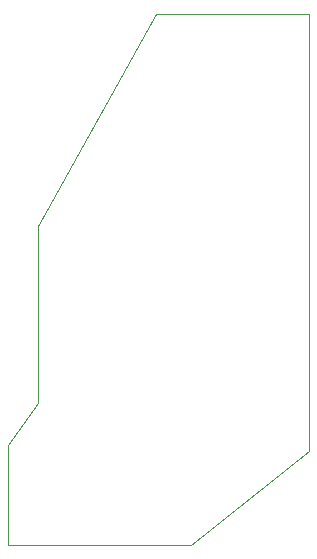
<source format=gm1>
G04 #@! TF.FileFunction,Profile,NP*
%FSLAX46Y46*%
G04 Gerber Fmt 4.6, Leading zero omitted, Abs format (unit mm)*
G04 Created by KiCad (PCBNEW 4.0.6) date Thu Nov 16 07:28:37 2017*
%MOMM*%
%LPD*%
G01*
G04 APERTURE LIST*
%ADD10C,0.100000*%
G04 APERTURE END LIST*
D10*
X147000000Y-98000000D02*
X147000000Y-113000000D01*
X147000000Y-113000000D02*
X144500000Y-116500000D01*
X157000000Y-80000000D02*
X147000000Y-98000000D01*
X170000000Y-80000000D02*
X157000000Y-80000000D01*
X170000000Y-117000000D02*
X170000000Y-80000000D01*
X160000000Y-125000000D02*
X170000000Y-117000000D01*
X144500000Y-125000000D02*
X160000000Y-125000000D01*
X144500000Y-116500000D02*
X144500000Y-125000000D01*
M02*

</source>
